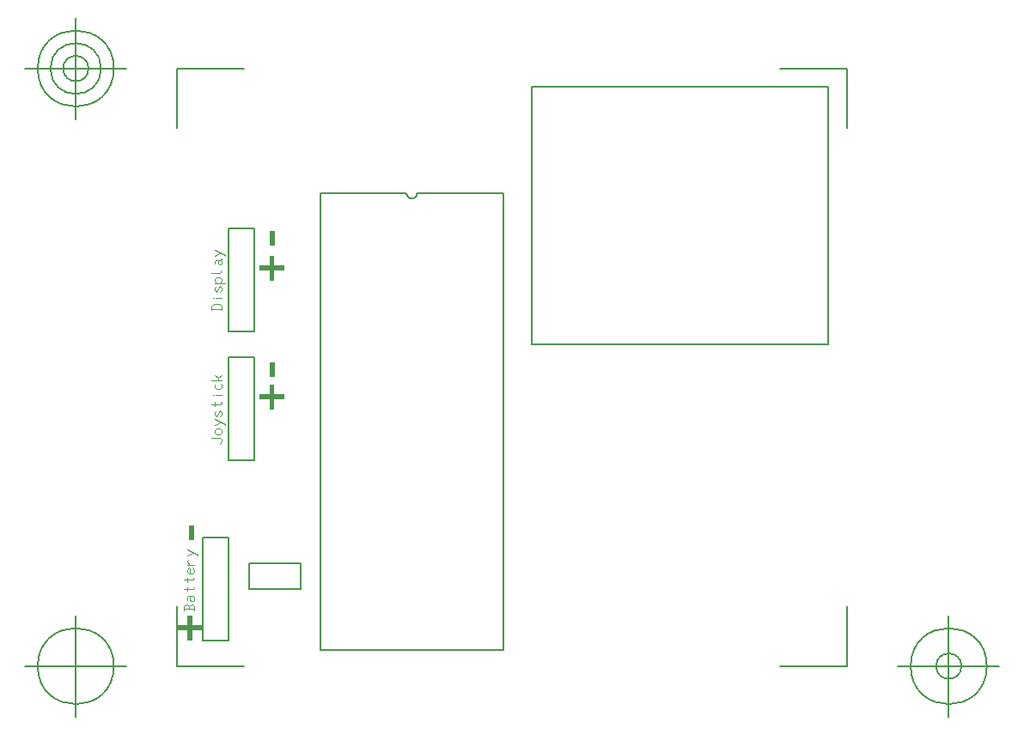
<source format=gbr>
G04 Generated by Ultiboard 14.2 *
%FSLAX34Y34*%
%MOMM*%

%ADD10C,0.0001*%
%ADD11C,0.0010*%
%ADD12C,0.0933*%
%ADD13C,0.2000*%
%ADD14C,0.2032*%
%ADD15C,0.1270*%


G04 ColorRGB FFFF00 for the following layer *
%LNSiebdruck oben*%
%LPD*%
G54D10*
G54D11*
G36*
X7765Y47256D02*
X7765Y47256D01*
X11816Y23864D01*
X11816Y47256D01*
X7765Y47256D01*
D02*
G37*
X11816Y23864D01*
X11816Y47256D01*
X7765Y47256D01*
G36*
X11816Y23864D02*
X11816Y23864D01*
X7765Y47256D01*
X7765Y37586D01*
X11816Y23864D01*
D02*
G37*
X7765Y47256D01*
X7765Y37586D01*
X11816Y23864D01*
G36*
X7765Y37586D02*
X7765Y37586D01*
X7765Y33534D01*
X11816Y23864D01*
X7765Y37586D01*
D02*
G37*
X7765Y33534D01*
X11816Y23864D01*
X7765Y37586D01*
G36*
X7765Y33534D02*
X7765Y33534D01*
X7765Y37586D01*
X-1906Y37586D01*
X7765Y33534D01*
D02*
G37*
X7765Y37586D01*
X-1906Y37586D01*
X7765Y33534D01*
G36*
X-1906Y37586D02*
X-1906Y37586D01*
X-1906Y33534D01*
X7765Y33534D01*
X-1906Y37586D01*
D02*
G37*
X-1906Y33534D01*
X7765Y33534D01*
X-1906Y37586D01*
G36*
X11816Y33534D02*
X11816Y33534D01*
X21487Y33534D01*
X11816Y37586D01*
X11816Y33534D01*
D02*
G37*
X21487Y33534D01*
X11816Y37586D01*
X11816Y33534D01*
G36*
X11816Y33534D01*
X11816Y47256D01*
X11816Y33534D01*
D02*
G37*
X11816Y47256D01*
X11816Y33534D01*
G36*
X11816Y33534D01*
X11816Y47256D01*
X11816Y23864D01*
X11816Y33534D01*
D02*
G37*
X11816Y47256D01*
X11816Y23864D01*
X11816Y33534D01*
G36*
X11816Y37586D02*
X11816Y37586D01*
X21487Y33534D01*
X21487Y37586D01*
X11816Y37586D01*
D02*
G37*
X21487Y33534D01*
X21487Y37586D01*
X11816Y37586D01*
G36*
X11816Y23864D02*
X11816Y23864D01*
X7765Y33534D01*
X7765Y23864D01*
X11816Y23864D01*
D02*
G37*
X7765Y33534D01*
X7765Y23864D01*
X11816Y23864D01*
G36*
X13070Y136172D02*
X13070Y136172D01*
X8705Y136172D01*
X8705Y122908D01*
X13070Y136172D01*
D02*
G37*
X8705Y136172D01*
X8705Y122908D01*
X13070Y136172D01*
G36*
X13070Y136172D01*
X8705Y122908D01*
X13070Y122908D01*
X13070Y136172D01*
D02*
G37*
X8705Y122908D01*
X13070Y122908D01*
X13070Y136172D01*
G36*
X88355Y275037D02*
X88355Y275037D01*
X92406Y251645D01*
X92406Y275037D01*
X88355Y275037D01*
D02*
G37*
X92406Y251645D01*
X92406Y275037D01*
X88355Y275037D01*
G36*
X92406Y251645D02*
X92406Y251645D01*
X88355Y275037D01*
X88355Y265367D01*
X92406Y251645D01*
D02*
G37*
X88355Y275037D01*
X88355Y265367D01*
X92406Y251645D01*
G36*
X88355Y265367D02*
X88355Y265367D01*
X88355Y261315D01*
X92406Y251645D01*
X88355Y265367D01*
D02*
G37*
X88355Y261315D01*
X92406Y251645D01*
X88355Y265367D01*
G36*
X88355Y261315D02*
X88355Y261315D01*
X88355Y265367D01*
X78684Y265367D01*
X88355Y261315D01*
D02*
G37*
X88355Y265367D01*
X78684Y265367D01*
X88355Y261315D01*
G36*
X78684Y265367D02*
X78684Y265367D01*
X78684Y261315D01*
X88355Y261315D01*
X78684Y265367D01*
D02*
G37*
X78684Y261315D01*
X88355Y261315D01*
X78684Y265367D01*
G36*
X92406Y261315D02*
X92406Y261315D01*
X102077Y261315D01*
X92406Y265367D01*
X92406Y261315D01*
D02*
G37*
X102077Y261315D01*
X92406Y265367D01*
X92406Y261315D01*
G36*
X92406Y261315D01*
X92406Y275037D01*
X92406Y261315D01*
D02*
G37*
X92406Y275037D01*
X92406Y261315D01*
G36*
X92406Y261315D01*
X92406Y275037D01*
X92406Y251645D01*
X92406Y261315D01*
D02*
G37*
X92406Y275037D01*
X92406Y251645D01*
X92406Y261315D01*
G36*
X92406Y265367D02*
X92406Y265367D01*
X102077Y261315D01*
X102077Y265367D01*
X92406Y265367D01*
D02*
G37*
X102077Y261315D01*
X102077Y265367D01*
X92406Y265367D01*
G36*
X92406Y251645D02*
X92406Y251645D01*
X88355Y261315D01*
X88355Y251645D01*
X92406Y251645D01*
D02*
G37*
X88355Y261315D01*
X88355Y251645D01*
X92406Y251645D01*
G36*
X88355Y402037D02*
X88355Y402037D01*
X92406Y378645D01*
X92406Y402037D01*
X88355Y402037D01*
D02*
G37*
X92406Y378645D01*
X92406Y402037D01*
X88355Y402037D01*
G36*
X92406Y378645D02*
X92406Y378645D01*
X88355Y402037D01*
X88355Y392367D01*
X92406Y378645D01*
D02*
G37*
X88355Y402037D01*
X88355Y392367D01*
X92406Y378645D01*
G36*
X88355Y392367D02*
X88355Y392367D01*
X88355Y388315D01*
X92406Y378645D01*
X88355Y392367D01*
D02*
G37*
X88355Y388315D01*
X92406Y378645D01*
X88355Y392367D01*
G36*
X88355Y388315D02*
X88355Y388315D01*
X88355Y392367D01*
X78684Y392367D01*
X88355Y388315D01*
D02*
G37*
X88355Y392367D01*
X78684Y392367D01*
X88355Y388315D01*
G36*
X78684Y392367D02*
X78684Y392367D01*
X78684Y388315D01*
X88355Y388315D01*
X78684Y392367D01*
D02*
G37*
X78684Y388315D01*
X88355Y388315D01*
X78684Y392367D01*
G36*
X92406Y388315D02*
X92406Y388315D01*
X102077Y388315D01*
X92406Y392367D01*
X92406Y388315D01*
D02*
G37*
X102077Y388315D01*
X92406Y392367D01*
X92406Y388315D01*
G36*
X92406Y388315D01*
X92406Y402037D01*
X92406Y388315D01*
D02*
G37*
X92406Y402037D01*
X92406Y388315D01*
G36*
X92406Y388315D01*
X92406Y402037D01*
X92406Y378645D01*
X92406Y388315D01*
D02*
G37*
X92406Y402037D01*
X92406Y378645D01*
X92406Y388315D01*
G36*
X92406Y392367D02*
X92406Y392367D01*
X102077Y388315D01*
X102077Y392367D01*
X92406Y392367D01*
D02*
G37*
X102077Y388315D01*
X102077Y392367D01*
X92406Y392367D01*
G36*
X92406Y378645D02*
X92406Y378645D01*
X88355Y388315D01*
X88355Y378645D01*
X92406Y378645D01*
D02*
G37*
X88355Y388315D01*
X88355Y378645D01*
X92406Y378645D01*
G36*
X92655Y296795D02*
X92655Y296795D01*
X88290Y296795D01*
X88290Y283532D01*
X92655Y296795D01*
D02*
G37*
X88290Y296795D01*
X88290Y283532D01*
X92655Y296795D01*
G36*
X92655Y296795D01*
X88290Y283532D01*
X92655Y283532D01*
X92655Y296795D01*
D02*
G37*
X88290Y283532D01*
X92655Y283532D01*
X92655Y296795D01*
G36*
X92655Y426335D02*
X92655Y426335D01*
X88290Y426335D01*
X88290Y413072D01*
X92655Y426335D01*
D02*
G37*
X88290Y426335D01*
X88290Y413072D01*
X92655Y426335D01*
G36*
X92655Y426335D01*
X88290Y413072D01*
X92655Y413072D01*
X92655Y426335D01*
D02*
G37*
X88290Y413072D01*
X92655Y413072D01*
X92655Y426335D01*
G54D12*
X14230Y52614D02*
X14230Y56597D01*
X12230Y58588D01*
X11230Y58588D01*
X9230Y56597D01*
X7230Y58588D01*
X6230Y58588D01*
X4230Y56597D01*
X4230Y53610D01*
X4230Y52614D01*
X9230Y53610D02*
X9230Y56597D01*
X4230Y53610D02*
X14230Y53610D01*
X7230Y62570D02*
X7230Y65557D01*
X8230Y66552D01*
X13230Y66552D01*
X14230Y65557D01*
X14230Y62570D01*
X13230Y61574D01*
X11230Y61574D01*
X10230Y62570D01*
X10230Y66552D01*
X13230Y66552D02*
X14230Y67548D01*
X13230Y75512D02*
X14230Y74517D01*
X13230Y73521D01*
X4230Y73521D01*
X7230Y71530D02*
X7230Y75512D01*
X13230Y84472D02*
X14230Y83477D01*
X13230Y82481D01*
X4230Y82481D01*
X7230Y80490D02*
X7230Y84472D01*
X12230Y94428D02*
X14230Y92437D01*
X14230Y90445D01*
X12230Y88454D01*
X9230Y88454D01*
X7230Y90445D01*
X7230Y92437D01*
X9230Y94428D01*
X10230Y93432D01*
X10230Y88454D01*
X10230Y97414D02*
X7230Y100401D01*
X7230Y101397D01*
X9230Y103388D01*
X14230Y97414D02*
X7230Y97414D01*
X17230Y106374D02*
X17230Y107370D01*
X7230Y112348D01*
X7230Y106374D02*
X13230Y109361D01*
X39480Y216896D02*
X41480Y218887D01*
X41480Y220878D01*
X39480Y222869D01*
X31480Y222869D01*
X39480Y225856D02*
X41480Y227847D01*
X41480Y229838D01*
X39480Y231829D01*
X36480Y231829D01*
X34480Y229838D01*
X34480Y227847D01*
X36480Y225856D01*
X39480Y225856D01*
X44480Y234816D02*
X44480Y235811D01*
X34480Y240789D01*
X34480Y234816D02*
X40480Y237802D01*
X39480Y243776D02*
X41480Y245767D01*
X41480Y247758D01*
X39480Y249749D01*
X36480Y243776D01*
X34480Y245767D01*
X34480Y247758D01*
X36480Y249749D01*
X40480Y257713D02*
X41480Y256718D01*
X40480Y255722D01*
X31480Y255722D01*
X34480Y253731D02*
X34480Y257713D01*
X41480Y264682D02*
X35480Y264682D01*
X33480Y264682D02*
X32480Y264682D01*
X40480Y275633D02*
X41480Y274638D01*
X41480Y272647D01*
X39480Y270656D01*
X36480Y270656D01*
X34480Y272647D01*
X34480Y274638D01*
X35480Y275633D01*
X37480Y279616D02*
X37480Y281607D01*
X34480Y284593D01*
X37480Y281607D02*
X41480Y284593D01*
X41480Y279616D02*
X31480Y279616D01*
X41480Y348376D02*
X41480Y352358D01*
X39480Y354349D01*
X33480Y354349D01*
X31480Y352358D01*
X31480Y348376D01*
X31480Y349371D02*
X41480Y349371D01*
X41480Y360322D02*
X35480Y360322D01*
X33480Y360322D02*
X32480Y360322D01*
X39480Y366296D02*
X41480Y368287D01*
X41480Y370278D01*
X39480Y372269D01*
X36480Y366296D01*
X34480Y368287D01*
X34480Y370278D01*
X36480Y372269D01*
X39480Y375256D02*
X41480Y377247D01*
X41480Y379238D01*
X39480Y381229D01*
X36480Y381229D01*
X34480Y379238D01*
X34480Y377247D01*
X36480Y375256D01*
X44480Y375256D02*
X34480Y375256D01*
X31480Y385211D02*
X39480Y385211D01*
X41480Y387202D01*
X34480Y394171D02*
X34480Y397158D01*
X35480Y398153D01*
X40480Y398153D01*
X41480Y397158D01*
X41480Y394171D01*
X40480Y393176D01*
X38480Y393176D01*
X37480Y394171D01*
X37480Y398153D01*
X40480Y398153D02*
X41480Y399149D01*
X44480Y402136D02*
X44480Y403131D01*
X34480Y408109D01*
X34480Y402136D02*
X40480Y405122D01*
G54D13*
X22860Y124460D02*
X48260Y124460D01*
X48260Y22860D01*
X22860Y22860D01*
X22860Y124460D01*
X68580Y99060D02*
X119380Y99060D01*
X119380Y73660D01*
X68580Y73660D01*
X68580Y99060D01*
X48260Y302260D02*
X73660Y302260D01*
X73660Y200660D01*
X48260Y200660D01*
X48260Y302260D01*
X48260Y429260D02*
X73660Y429260D01*
X73660Y327660D01*
X48260Y327660D01*
X48260Y429260D01*
G54D14*
X138600Y463760D02*
X138600Y13760D01*
X318600Y13760D01*
X318600Y463760D01*
X223600Y463760D02*
X223619Y463324D01*
X223676Y462892D01*
X223770Y462466D01*
X223902Y462050D01*
X224068Y461647D01*
X224270Y461260D01*
X224504Y460892D01*
X224770Y460546D01*
X225064Y460224D01*
X225386Y459930D01*
X225732Y459664D01*
X226100Y459430D01*
X226487Y459228D01*
X226890Y459062D01*
X227306Y458930D01*
X227732Y458836D01*
X228164Y458779D01*
X228600Y458760D01*
X229036Y458779D01*
X229468Y458836D01*
X229894Y458930D01*
X230310Y459062D01*
X230713Y459228D01*
X231100Y459430D01*
X231468Y459664D01*
X231814Y459930D01*
X232136Y460224D01*
X232430Y460546D01*
X232696Y460892D01*
X232930Y461260D01*
X233132Y461647D01*
X233298Y462050D01*
X233430Y462466D01*
X233524Y462892D01*
X233581Y463324D01*
X233600Y463760D01*
X318600Y463760D02*
X233600Y463760D01*
X223600Y463760D02*
X138600Y463760D01*
X346710Y568960D02*
X346710Y314960D01*
X638810Y568960D02*
X346710Y568960D01*
X346710Y314960D02*
X638810Y314960D01*
X638810Y568960D01*
G54D15*
X-2540Y-2540D02*
X-2540Y56388D01*
X-2540Y-2540D02*
X63500Y-2540D01*
X657860Y-2540D02*
X591820Y-2540D01*
X657860Y-2540D02*
X657860Y56388D01*
X657860Y586740D02*
X657860Y527812D01*
X657860Y586740D02*
X591820Y586740D01*
X-2540Y586740D02*
X63500Y586740D01*
X-2540Y586740D02*
X-2540Y527812D01*
X-52540Y-2540D02*
X-152540Y-2540D01*
X-102540Y-52540D02*
X-102540Y47460D01*
X-140040Y-2540D02*
G75*
D01*
G02X-140040Y-2540I37500J0*
G01*
X707860Y-2540D02*
X807860Y-2540D01*
X757860Y-52540D02*
X757860Y47460D01*
X720360Y-2540D02*
G75*
D01*
G02X720360Y-2540I37500J0*
G01*
X745360Y-2540D02*
G75*
D01*
G02X745360Y-2540I12500J0*
G01*
X-52540Y586740D02*
X-152540Y586740D01*
X-102540Y536740D02*
X-102540Y636740D01*
X-140040Y586740D02*
G75*
D01*
G02X-140040Y586740I37500J0*
G01*
X-127540Y586740D02*
G75*
D01*
G02X-127540Y586740I25000J0*
G01*
X-115040Y586740D02*
G75*
D01*
G02X-115040Y586740I12500J0*
G01*

M02*

</source>
